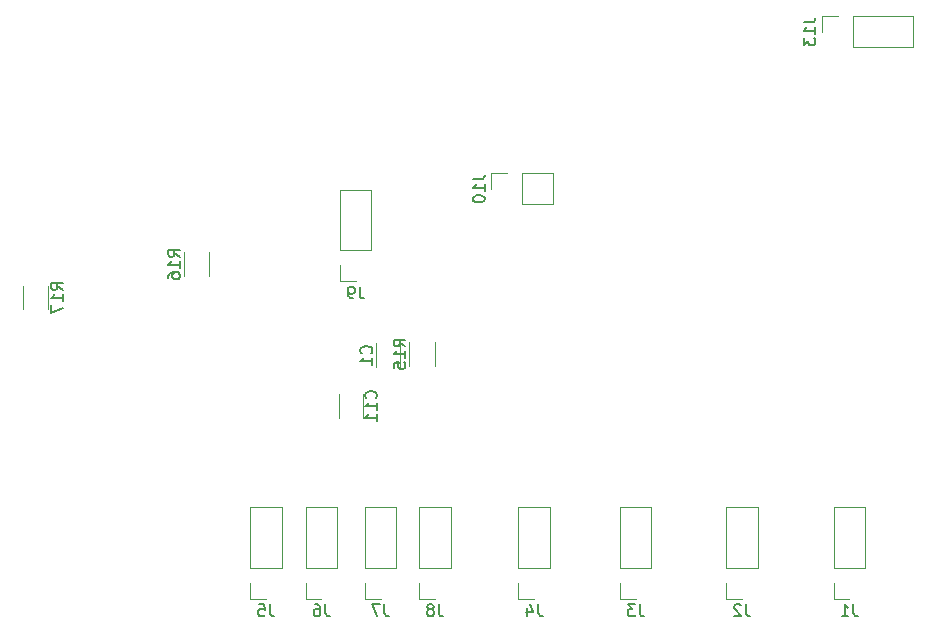
<source format=gbr>
G04 #@! TF.FileFunction,Legend,Bot*
%FSLAX46Y46*%
G04 Gerber Fmt 4.6, Leading zero omitted, Abs format (unit mm)*
G04 Created by KiCad (PCBNEW 4.0.7) date Thursday, 23 May 2019 'à' 19:06:03*
%MOMM*%
%LPD*%
G01*
G04 APERTURE LIST*
%ADD10C,0.100000*%
%ADD11C,0.120000*%
%ADD12C,0.150000*%
G04 APERTURE END LIST*
D10*
D11*
X169570000Y-86190000D02*
X172230000Y-86190000D01*
X169570000Y-91330000D02*
X169570000Y-86190000D01*
X172230000Y-91330000D02*
X172230000Y-86190000D01*
X169570000Y-91330000D02*
X172230000Y-91330000D01*
X169570000Y-92600000D02*
X169570000Y-93930000D01*
X169570000Y-93930000D02*
X170900000Y-93930000D01*
X160470000Y-86190000D02*
X163130000Y-86190000D01*
X160470000Y-91330000D02*
X160470000Y-86190000D01*
X163130000Y-91330000D02*
X163130000Y-86190000D01*
X160470000Y-91330000D02*
X163130000Y-91330000D01*
X160470000Y-92600000D02*
X160470000Y-93930000D01*
X160470000Y-93930000D02*
X161800000Y-93930000D01*
X151470000Y-86190000D02*
X154130000Y-86190000D01*
X151470000Y-91330000D02*
X151470000Y-86190000D01*
X154130000Y-91330000D02*
X154130000Y-86190000D01*
X151470000Y-91330000D02*
X154130000Y-91330000D01*
X151470000Y-92600000D02*
X151470000Y-93930000D01*
X151470000Y-93930000D02*
X152800000Y-93930000D01*
X142870000Y-86190000D02*
X145530000Y-86190000D01*
X142870000Y-91330000D02*
X142870000Y-86190000D01*
X145530000Y-91330000D02*
X145530000Y-86190000D01*
X142870000Y-91330000D02*
X145530000Y-91330000D01*
X142870000Y-92600000D02*
X142870000Y-93930000D01*
X142870000Y-93930000D02*
X144200000Y-93930000D01*
X120170000Y-86190000D02*
X122830000Y-86190000D01*
X120170000Y-91330000D02*
X120170000Y-86190000D01*
X122830000Y-91330000D02*
X122830000Y-86190000D01*
X120170000Y-91330000D02*
X122830000Y-91330000D01*
X120170000Y-92600000D02*
X120170000Y-93930000D01*
X120170000Y-93930000D02*
X121500000Y-93930000D01*
X124870000Y-86190000D02*
X127530000Y-86190000D01*
X124870000Y-91330000D02*
X124870000Y-86190000D01*
X127530000Y-91330000D02*
X127530000Y-86190000D01*
X124870000Y-91330000D02*
X127530000Y-91330000D01*
X124870000Y-92600000D02*
X124870000Y-93930000D01*
X124870000Y-93930000D02*
X126200000Y-93930000D01*
X129870000Y-86190000D02*
X132530000Y-86190000D01*
X129870000Y-91330000D02*
X129870000Y-86190000D01*
X132530000Y-91330000D02*
X132530000Y-86190000D01*
X129870000Y-91330000D02*
X132530000Y-91330000D01*
X129870000Y-92600000D02*
X129870000Y-93930000D01*
X129870000Y-93930000D02*
X131200000Y-93930000D01*
X134470000Y-86190000D02*
X137130000Y-86190000D01*
X134470000Y-91330000D02*
X134470000Y-86190000D01*
X137130000Y-91330000D02*
X137130000Y-86190000D01*
X134470000Y-91330000D02*
X137130000Y-91330000D01*
X134470000Y-92600000D02*
X134470000Y-93930000D01*
X134470000Y-93930000D02*
X135800000Y-93930000D01*
X127770000Y-59290000D02*
X130430000Y-59290000D01*
X127770000Y-64430000D02*
X127770000Y-59290000D01*
X130430000Y-64430000D02*
X130430000Y-59290000D01*
X127770000Y-64430000D02*
X130430000Y-64430000D01*
X127770000Y-65700000D02*
X127770000Y-67030000D01*
X127770000Y-67030000D02*
X129100000Y-67030000D01*
X145770000Y-57870000D02*
X145770000Y-60530000D01*
X143170000Y-57870000D02*
X145770000Y-57870000D01*
X143170000Y-60530000D02*
X145770000Y-60530000D01*
X143170000Y-57870000D02*
X143170000Y-60530000D01*
X141900000Y-57870000D02*
X140570000Y-57870000D01*
X140570000Y-57870000D02*
X140570000Y-59200000D01*
X176310000Y-44570000D02*
X176310000Y-47230000D01*
X171170000Y-44570000D02*
X176310000Y-44570000D01*
X171170000Y-47230000D02*
X176310000Y-47230000D01*
X171170000Y-44570000D02*
X171170000Y-47230000D01*
X169900000Y-44570000D02*
X168570000Y-44570000D01*
X168570000Y-44570000D02*
X168570000Y-45900000D01*
X130780000Y-74300000D02*
X130780000Y-72300000D01*
X132820000Y-72300000D02*
X132820000Y-74300000D01*
X129720000Y-76600000D02*
X129720000Y-78600000D01*
X127680000Y-78600000D02*
X127680000Y-76600000D01*
X135770000Y-74200000D02*
X135770000Y-72200000D01*
X133630000Y-72200000D02*
X133630000Y-74200000D01*
X116670000Y-66600000D02*
X116670000Y-64600000D01*
X114530000Y-64600000D02*
X114530000Y-66600000D01*
X100930000Y-67400000D02*
X100930000Y-69400000D01*
X103070000Y-69400000D02*
X103070000Y-67400000D01*
D12*
X171233333Y-94382381D02*
X171233333Y-95096667D01*
X171280953Y-95239524D01*
X171376191Y-95334762D01*
X171519048Y-95382381D01*
X171614286Y-95382381D01*
X170233333Y-95382381D02*
X170804762Y-95382381D01*
X170519048Y-95382381D02*
X170519048Y-94382381D01*
X170614286Y-94525238D01*
X170709524Y-94620476D01*
X170804762Y-94668095D01*
X162133333Y-94382381D02*
X162133333Y-95096667D01*
X162180953Y-95239524D01*
X162276191Y-95334762D01*
X162419048Y-95382381D01*
X162514286Y-95382381D01*
X161704762Y-94477619D02*
X161657143Y-94430000D01*
X161561905Y-94382381D01*
X161323809Y-94382381D01*
X161228571Y-94430000D01*
X161180952Y-94477619D01*
X161133333Y-94572857D01*
X161133333Y-94668095D01*
X161180952Y-94810952D01*
X161752381Y-95382381D01*
X161133333Y-95382381D01*
X153133333Y-94382381D02*
X153133333Y-95096667D01*
X153180953Y-95239524D01*
X153276191Y-95334762D01*
X153419048Y-95382381D01*
X153514286Y-95382381D01*
X152752381Y-94382381D02*
X152133333Y-94382381D01*
X152466667Y-94763333D01*
X152323809Y-94763333D01*
X152228571Y-94810952D01*
X152180952Y-94858571D01*
X152133333Y-94953810D01*
X152133333Y-95191905D01*
X152180952Y-95287143D01*
X152228571Y-95334762D01*
X152323809Y-95382381D01*
X152609524Y-95382381D01*
X152704762Y-95334762D01*
X152752381Y-95287143D01*
X144533333Y-94382381D02*
X144533333Y-95096667D01*
X144580953Y-95239524D01*
X144676191Y-95334762D01*
X144819048Y-95382381D01*
X144914286Y-95382381D01*
X143628571Y-94715714D02*
X143628571Y-95382381D01*
X143866667Y-94334762D02*
X144104762Y-95049048D01*
X143485714Y-95049048D01*
X121833333Y-94382381D02*
X121833333Y-95096667D01*
X121880953Y-95239524D01*
X121976191Y-95334762D01*
X122119048Y-95382381D01*
X122214286Y-95382381D01*
X120880952Y-94382381D02*
X121357143Y-94382381D01*
X121404762Y-94858571D01*
X121357143Y-94810952D01*
X121261905Y-94763333D01*
X121023809Y-94763333D01*
X120928571Y-94810952D01*
X120880952Y-94858571D01*
X120833333Y-94953810D01*
X120833333Y-95191905D01*
X120880952Y-95287143D01*
X120928571Y-95334762D01*
X121023809Y-95382381D01*
X121261905Y-95382381D01*
X121357143Y-95334762D01*
X121404762Y-95287143D01*
X126533333Y-94382381D02*
X126533333Y-95096667D01*
X126580953Y-95239524D01*
X126676191Y-95334762D01*
X126819048Y-95382381D01*
X126914286Y-95382381D01*
X125628571Y-94382381D02*
X125819048Y-94382381D01*
X125914286Y-94430000D01*
X125961905Y-94477619D01*
X126057143Y-94620476D01*
X126104762Y-94810952D01*
X126104762Y-95191905D01*
X126057143Y-95287143D01*
X126009524Y-95334762D01*
X125914286Y-95382381D01*
X125723809Y-95382381D01*
X125628571Y-95334762D01*
X125580952Y-95287143D01*
X125533333Y-95191905D01*
X125533333Y-94953810D01*
X125580952Y-94858571D01*
X125628571Y-94810952D01*
X125723809Y-94763333D01*
X125914286Y-94763333D01*
X126009524Y-94810952D01*
X126057143Y-94858571D01*
X126104762Y-94953810D01*
X131533333Y-94382381D02*
X131533333Y-95096667D01*
X131580953Y-95239524D01*
X131676191Y-95334762D01*
X131819048Y-95382381D01*
X131914286Y-95382381D01*
X131152381Y-94382381D02*
X130485714Y-94382381D01*
X130914286Y-95382381D01*
X136133333Y-94382381D02*
X136133333Y-95096667D01*
X136180953Y-95239524D01*
X136276191Y-95334762D01*
X136419048Y-95382381D01*
X136514286Y-95382381D01*
X135514286Y-94810952D02*
X135609524Y-94763333D01*
X135657143Y-94715714D01*
X135704762Y-94620476D01*
X135704762Y-94572857D01*
X135657143Y-94477619D01*
X135609524Y-94430000D01*
X135514286Y-94382381D01*
X135323809Y-94382381D01*
X135228571Y-94430000D01*
X135180952Y-94477619D01*
X135133333Y-94572857D01*
X135133333Y-94620476D01*
X135180952Y-94715714D01*
X135228571Y-94763333D01*
X135323809Y-94810952D01*
X135514286Y-94810952D01*
X135609524Y-94858571D01*
X135657143Y-94906190D01*
X135704762Y-95001429D01*
X135704762Y-95191905D01*
X135657143Y-95287143D01*
X135609524Y-95334762D01*
X135514286Y-95382381D01*
X135323809Y-95382381D01*
X135228571Y-95334762D01*
X135180952Y-95287143D01*
X135133333Y-95191905D01*
X135133333Y-95001429D01*
X135180952Y-94906190D01*
X135228571Y-94858571D01*
X135323809Y-94810952D01*
X129433333Y-67482381D02*
X129433333Y-68196667D01*
X129480953Y-68339524D01*
X129576191Y-68434762D01*
X129719048Y-68482381D01*
X129814286Y-68482381D01*
X128909524Y-68482381D02*
X128719048Y-68482381D01*
X128623809Y-68434762D01*
X128576190Y-68387143D01*
X128480952Y-68244286D01*
X128433333Y-68053810D01*
X128433333Y-67672857D01*
X128480952Y-67577619D01*
X128528571Y-67530000D01*
X128623809Y-67482381D01*
X128814286Y-67482381D01*
X128909524Y-67530000D01*
X128957143Y-67577619D01*
X129004762Y-67672857D01*
X129004762Y-67910952D01*
X128957143Y-68006190D01*
X128909524Y-68053810D01*
X128814286Y-68101429D01*
X128623809Y-68101429D01*
X128528571Y-68053810D01*
X128480952Y-68006190D01*
X128433333Y-67910952D01*
X139022381Y-58390477D02*
X139736667Y-58390477D01*
X139879524Y-58342857D01*
X139974762Y-58247619D01*
X140022381Y-58104762D01*
X140022381Y-58009524D01*
X140022381Y-59390477D02*
X140022381Y-58819048D01*
X140022381Y-59104762D02*
X139022381Y-59104762D01*
X139165238Y-59009524D01*
X139260476Y-58914286D01*
X139308095Y-58819048D01*
X139022381Y-60009524D02*
X139022381Y-60104763D01*
X139070000Y-60200001D01*
X139117619Y-60247620D01*
X139212857Y-60295239D01*
X139403333Y-60342858D01*
X139641429Y-60342858D01*
X139831905Y-60295239D01*
X139927143Y-60247620D01*
X139974762Y-60200001D01*
X140022381Y-60104763D01*
X140022381Y-60009524D01*
X139974762Y-59914286D01*
X139927143Y-59866667D01*
X139831905Y-59819048D01*
X139641429Y-59771429D01*
X139403333Y-59771429D01*
X139212857Y-59819048D01*
X139117619Y-59866667D01*
X139070000Y-59914286D01*
X139022381Y-60009524D01*
X167022381Y-45090477D02*
X167736667Y-45090477D01*
X167879524Y-45042857D01*
X167974762Y-44947619D01*
X168022381Y-44804762D01*
X168022381Y-44709524D01*
X168022381Y-46090477D02*
X168022381Y-45519048D01*
X168022381Y-45804762D02*
X167022381Y-45804762D01*
X167165238Y-45709524D01*
X167260476Y-45614286D01*
X167308095Y-45519048D01*
X167022381Y-46423810D02*
X167022381Y-47042858D01*
X167403333Y-46709524D01*
X167403333Y-46852382D01*
X167450952Y-46947620D01*
X167498571Y-46995239D01*
X167593810Y-47042858D01*
X167831905Y-47042858D01*
X167927143Y-46995239D01*
X167974762Y-46947620D01*
X168022381Y-46852382D01*
X168022381Y-46566667D01*
X167974762Y-46471429D01*
X167927143Y-46423810D01*
X130407143Y-73133334D02*
X130454762Y-73085715D01*
X130502381Y-72942858D01*
X130502381Y-72847620D01*
X130454762Y-72704762D01*
X130359524Y-72609524D01*
X130264286Y-72561905D01*
X130073810Y-72514286D01*
X129930952Y-72514286D01*
X129740476Y-72561905D01*
X129645238Y-72609524D01*
X129550000Y-72704762D01*
X129502381Y-72847620D01*
X129502381Y-72942858D01*
X129550000Y-73085715D01*
X129597619Y-73133334D01*
X130502381Y-74085715D02*
X130502381Y-73514286D01*
X130502381Y-73800000D02*
X129502381Y-73800000D01*
X129645238Y-73704762D01*
X129740476Y-73609524D01*
X129788095Y-73514286D01*
X130807143Y-76957143D02*
X130854762Y-76909524D01*
X130902381Y-76766667D01*
X130902381Y-76671429D01*
X130854762Y-76528571D01*
X130759524Y-76433333D01*
X130664286Y-76385714D01*
X130473810Y-76338095D01*
X130330952Y-76338095D01*
X130140476Y-76385714D01*
X130045238Y-76433333D01*
X129950000Y-76528571D01*
X129902381Y-76671429D01*
X129902381Y-76766667D01*
X129950000Y-76909524D01*
X129997619Y-76957143D01*
X130902381Y-77909524D02*
X130902381Y-77338095D01*
X130902381Y-77623809D02*
X129902381Y-77623809D01*
X130045238Y-77528571D01*
X130140476Y-77433333D01*
X130188095Y-77338095D01*
X130902381Y-78861905D02*
X130902381Y-78290476D01*
X130902381Y-78576190D02*
X129902381Y-78576190D01*
X130045238Y-78480952D01*
X130140476Y-78385714D01*
X130188095Y-78290476D01*
X133302381Y-72557143D02*
X132826190Y-72223809D01*
X133302381Y-71985714D02*
X132302381Y-71985714D01*
X132302381Y-72366667D01*
X132350000Y-72461905D01*
X132397619Y-72509524D01*
X132492857Y-72557143D01*
X132635714Y-72557143D01*
X132730952Y-72509524D01*
X132778571Y-72461905D01*
X132826190Y-72366667D01*
X132826190Y-71985714D01*
X133302381Y-73509524D02*
X133302381Y-72938095D01*
X133302381Y-73223809D02*
X132302381Y-73223809D01*
X132445238Y-73128571D01*
X132540476Y-73033333D01*
X132588095Y-72938095D01*
X132302381Y-74414286D02*
X132302381Y-73938095D01*
X132778571Y-73890476D01*
X132730952Y-73938095D01*
X132683333Y-74033333D01*
X132683333Y-74271429D01*
X132730952Y-74366667D01*
X132778571Y-74414286D01*
X132873810Y-74461905D01*
X133111905Y-74461905D01*
X133207143Y-74414286D01*
X133254762Y-74366667D01*
X133302381Y-74271429D01*
X133302381Y-74033333D01*
X133254762Y-73938095D01*
X133207143Y-73890476D01*
X114202381Y-64957143D02*
X113726190Y-64623809D01*
X114202381Y-64385714D02*
X113202381Y-64385714D01*
X113202381Y-64766667D01*
X113250000Y-64861905D01*
X113297619Y-64909524D01*
X113392857Y-64957143D01*
X113535714Y-64957143D01*
X113630952Y-64909524D01*
X113678571Y-64861905D01*
X113726190Y-64766667D01*
X113726190Y-64385714D01*
X114202381Y-65909524D02*
X114202381Y-65338095D01*
X114202381Y-65623809D02*
X113202381Y-65623809D01*
X113345238Y-65528571D01*
X113440476Y-65433333D01*
X113488095Y-65338095D01*
X113202381Y-66766667D02*
X113202381Y-66576190D01*
X113250000Y-66480952D01*
X113297619Y-66433333D01*
X113440476Y-66338095D01*
X113630952Y-66290476D01*
X114011905Y-66290476D01*
X114107143Y-66338095D01*
X114154762Y-66385714D01*
X114202381Y-66480952D01*
X114202381Y-66671429D01*
X114154762Y-66766667D01*
X114107143Y-66814286D01*
X114011905Y-66861905D01*
X113773810Y-66861905D01*
X113678571Y-66814286D01*
X113630952Y-66766667D01*
X113583333Y-66671429D01*
X113583333Y-66480952D01*
X113630952Y-66385714D01*
X113678571Y-66338095D01*
X113773810Y-66290476D01*
X104302381Y-67757143D02*
X103826190Y-67423809D01*
X104302381Y-67185714D02*
X103302381Y-67185714D01*
X103302381Y-67566667D01*
X103350000Y-67661905D01*
X103397619Y-67709524D01*
X103492857Y-67757143D01*
X103635714Y-67757143D01*
X103730952Y-67709524D01*
X103778571Y-67661905D01*
X103826190Y-67566667D01*
X103826190Y-67185714D01*
X104302381Y-68709524D02*
X104302381Y-68138095D01*
X104302381Y-68423809D02*
X103302381Y-68423809D01*
X103445238Y-68328571D01*
X103540476Y-68233333D01*
X103588095Y-68138095D01*
X103302381Y-69042857D02*
X103302381Y-69709524D01*
X104302381Y-69280952D01*
M02*

</source>
